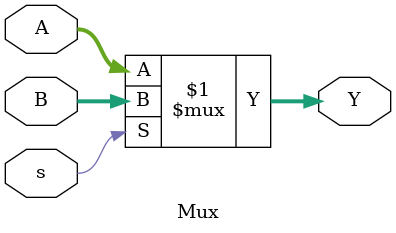
<source format=v>
module Mux #(parameter data = 8) (
    input s,
    input [data-1:0] A, B,
    output [data-1:0] Y);

    assign Y = s ? B : A;
endmodule

</source>
